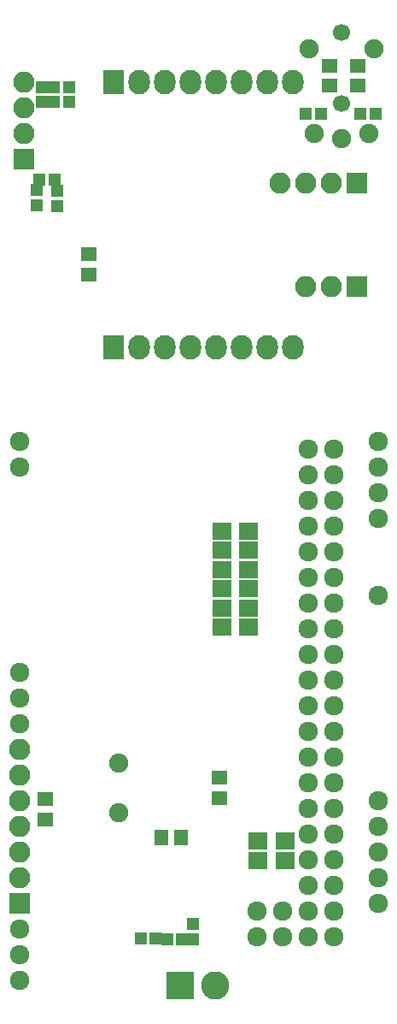
<source format=gts>
%TF.GenerationSoftware,KiCad,Pcbnew,4.0.4-stable*%
%TF.CreationDate,2017-01-23T20:12:27+02:00*%
%TF.ProjectId,front_prototype,66726F6E745F70726F746F747970652E,rev?*%
%TF.FileFunction,Soldermask,Top*%
%FSLAX46Y46*%
G04 Gerber Fmt 4.6, Leading zero omitted, Abs format (unit mm)*
G04 Created by KiCad (PCBNEW 4.0.4-stable) date 01/23/17 20:12:27*
%MOMM*%
%LPD*%
G01*
G04 APERTURE LIST*
%ADD10C,0.100000*%
%ADD11R,1.650000X1.400000*%
%ADD12R,1.900000X1.700000*%
%ADD13R,2.127200X2.432000*%
%ADD14O,2.127200X2.432000*%
%ADD15R,1.200000X1.150000*%
%ADD16R,1.400000X1.650000*%
%ADD17C,1.700000*%
%ADD18C,1.900000*%
%ADD19R,2.100000X2.100000*%
%ADD20O,2.100000X2.100000*%
%ADD21C,2.800000*%
%ADD22R,2.800000X2.800000*%
%ADD23C,1.924000*%
%ADD24R,1.150000X1.200000*%
G04 APERTURE END LIST*
D10*
D11*
X63842900Y-117865400D03*
X63842900Y-115865400D03*
D12*
X67674500Y-124079000D03*
X70374500Y-124079000D03*
X67674500Y-122110500D03*
X70374500Y-122110500D03*
X66755000Y-91440000D03*
X64055000Y-91440000D03*
X66755000Y-93345000D03*
X64055000Y-93345000D03*
X66755000Y-95250000D03*
X64055000Y-95250000D03*
X66755000Y-97155000D03*
X64055000Y-97155000D03*
X66755000Y-99060000D03*
X64055000Y-99060000D03*
X66755000Y-100965000D03*
X64055000Y-100965000D03*
D13*
X53340000Y-46990000D03*
D14*
X55880000Y-46990000D03*
X58420000Y-46990000D03*
X60960000Y-46990000D03*
X63500000Y-46990000D03*
X66040000Y-46990000D03*
X68580000Y-46990000D03*
X71120000Y-46990000D03*
D11*
X46600000Y-117950000D03*
X46600000Y-119950000D03*
X50927000Y-66024000D03*
X50927000Y-64024000D03*
D13*
X53340000Y-73279000D03*
D14*
X55880000Y-73279000D03*
X58420000Y-73279000D03*
X60960000Y-73279000D03*
X63500000Y-73279000D03*
X66040000Y-73279000D03*
X68580000Y-73279000D03*
X71120000Y-73279000D03*
D11*
X77597000Y-47355000D03*
X77597000Y-45355000D03*
X74803000Y-45355000D03*
X74803000Y-47355000D03*
D15*
X77799500Y-50165000D03*
X79299500Y-50165000D03*
X73902000Y-50165000D03*
X72402000Y-50165000D03*
D16*
X60055000Y-121793000D03*
X58055000Y-121793000D03*
D17*
X75946000Y-42078000D03*
D18*
X78696000Y-52078000D03*
X73196000Y-52078000D03*
X75946000Y-52578000D03*
X79196000Y-43678000D03*
X72696000Y-43678000D03*
D17*
X75946000Y-49078000D03*
D19*
X77470000Y-56959500D03*
D20*
X74930000Y-56959500D03*
X72390000Y-56959500D03*
X69850000Y-56959500D03*
D19*
X77470000Y-67246500D03*
D20*
X74930000Y-67246500D03*
X72390000Y-67246500D03*
D19*
X44069000Y-128270000D03*
D20*
X44069000Y-125730000D03*
X44069000Y-123190000D03*
X44069000Y-120650000D03*
X44069000Y-118110000D03*
X44069000Y-115570000D03*
X44069000Y-113030000D03*
D21*
X63444000Y-136398000D03*
D22*
X59944000Y-136398000D03*
D18*
X53848000Y-114427000D03*
X53848000Y-119307000D03*
D23*
X72644000Y-83312000D03*
X75184000Y-83312000D03*
X72644000Y-85852000D03*
X75184000Y-85852000D03*
X72644000Y-88392000D03*
X75184000Y-88392000D03*
X72644000Y-90932000D03*
X75184000Y-90932000D03*
X72644000Y-93472000D03*
X75184000Y-93472000D03*
X72644000Y-96012000D03*
X75184000Y-96012000D03*
X72644000Y-98552000D03*
X75184000Y-98552000D03*
X72644000Y-101092000D03*
X75184000Y-101092000D03*
X72644000Y-103632000D03*
X75184000Y-103632000D03*
X72644000Y-106172000D03*
X75184000Y-106172000D03*
X72644000Y-108712000D03*
X75184000Y-108712000D03*
X72644000Y-111252000D03*
X75184000Y-111252000D03*
X72644000Y-113792000D03*
X75184000Y-113792000D03*
X72644000Y-116332000D03*
X75184000Y-116332000D03*
X72644000Y-118872000D03*
X75184000Y-118872000D03*
X72644000Y-121412000D03*
X75184000Y-121412000D03*
X72644000Y-123952000D03*
X75184000Y-123952000D03*
X72644000Y-126492000D03*
X75184000Y-126492000D03*
X72644000Y-129032000D03*
X75184000Y-129032000D03*
X72644000Y-131572000D03*
X75184000Y-131572000D03*
X70104000Y-129032000D03*
X70104000Y-131572000D03*
X67564000Y-129032000D03*
X67564000Y-131572000D03*
D19*
X44450000Y-54610000D03*
D20*
X44450000Y-52070000D03*
X44450000Y-49530000D03*
X44450000Y-46990000D03*
D23*
X44040000Y-85080000D03*
X44040000Y-82540000D03*
X79600000Y-128260000D03*
X79600000Y-125720000D03*
X79600000Y-123180000D03*
X79600000Y-120640000D03*
X79600000Y-118100000D03*
X44040000Y-105400000D03*
X44040000Y-107940000D03*
X44040000Y-110480000D03*
X44040000Y-130800000D03*
X44040000Y-133340000D03*
X44040000Y-135880000D03*
X79600000Y-82540000D03*
X79600000Y-85080000D03*
X79600000Y-87620000D03*
X79600000Y-90160000D03*
X79600000Y-97780000D03*
D24*
X45758100Y-59195400D03*
X45758100Y-57695400D03*
D15*
X45998700Y-56667400D03*
X47498700Y-56667400D03*
D24*
X47752000Y-57746200D03*
X47752000Y-59246200D03*
D15*
X48895700Y-47472600D03*
X47395700Y-47472600D03*
D24*
X46240700Y-47471900D03*
X46240700Y-48971900D03*
D15*
X47395700Y-48945800D03*
X48895700Y-48945800D03*
X56019700Y-131775200D03*
X57519700Y-131775200D03*
X58647900Y-131800600D03*
X60147900Y-131800600D03*
D24*
X61239400Y-131788600D03*
X61239400Y-130288600D03*
M02*

</source>
